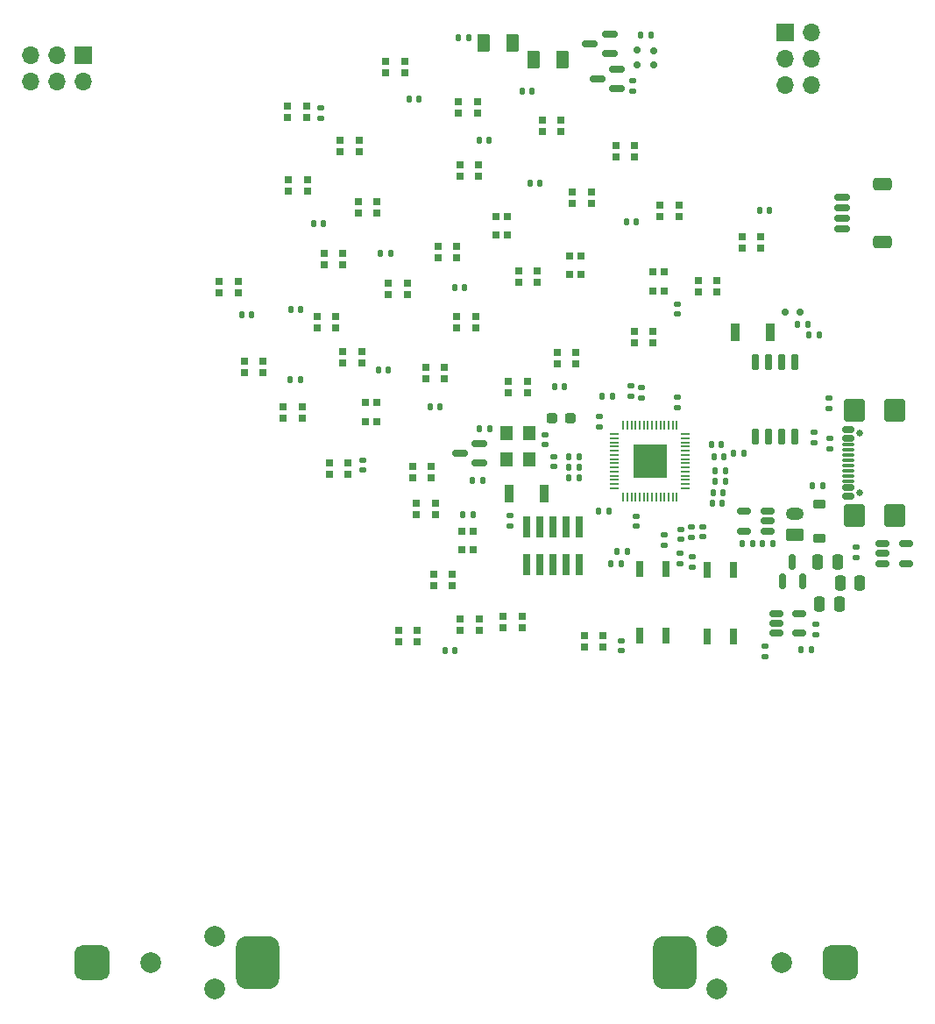
<source format=gbr>
%TF.GenerationSoftware,KiCad,Pcbnew,7.0.10*%
%TF.CreationDate,2024-02-23T13:36:45-06:00*%
%TF.ProjectId,B-Sides 2024,422d5369-6465-4732-9032-3032342e6b69,rev?*%
%TF.SameCoordinates,Original*%
%TF.FileFunction,Soldermask,Top*%
%TF.FilePolarity,Negative*%
%FSLAX46Y46*%
G04 Gerber Fmt 4.6, Leading zero omitted, Abs format (unit mm)*
G04 Created by KiCad (PCBNEW 7.0.10) date 2024-02-23 13:36:45*
%MOMM*%
%LPD*%
G01*
G04 APERTURE LIST*
G04 Aperture macros list*
%AMRoundRect*
0 Rectangle with rounded corners*
0 $1 Rounding radius*
0 $2 $3 $4 $5 $6 $7 $8 $9 X,Y pos of 4 corners*
0 Add a 4 corners polygon primitive as box body*
4,1,4,$2,$3,$4,$5,$6,$7,$8,$9,$2,$3,0*
0 Add four circle primitives for the rounded corners*
1,1,$1+$1,$2,$3*
1,1,$1+$1,$4,$5*
1,1,$1+$1,$6,$7*
1,1,$1+$1,$8,$9*
0 Add four rect primitives between the rounded corners*
20,1,$1+$1,$2,$3,$4,$5,0*
20,1,$1+$1,$4,$5,$6,$7,0*
20,1,$1+$1,$6,$7,$8,$9,0*
20,1,$1+$1,$8,$9,$2,$3,0*%
G04 Aperture macros list end*
%ADD10C,0.650000*%
%ADD11RoundRect,0.150000X0.425000X-0.150000X0.425000X0.150000X-0.425000X0.150000X-0.425000X-0.150000X0*%
%ADD12RoundRect,0.075000X0.500000X-0.075000X0.500000X0.075000X-0.500000X0.075000X-0.500000X-0.075000X0*%
%ADD13RoundRect,0.250000X0.750000X-0.840000X0.750000X0.840000X-0.750000X0.840000X-0.750000X-0.840000X0*%
%ADD14R,0.700000X0.700000*%
%ADD15RoundRect,0.135000X0.135000X0.185000X-0.135000X0.185000X-0.135000X-0.185000X0.135000X-0.185000X0*%
%ADD16RoundRect,0.135000X-0.135000X-0.185000X0.135000X-0.185000X0.135000X0.185000X-0.135000X0.185000X0*%
%ADD17RoundRect,0.150000X0.625000X-0.150000X0.625000X0.150000X-0.625000X0.150000X-0.625000X-0.150000X0*%
%ADD18RoundRect,0.250000X0.650000X-0.350000X0.650000X0.350000X-0.650000X0.350000X-0.650000X-0.350000X0*%
%ADD19RoundRect,0.150000X0.150000X0.200000X-0.150000X0.200000X-0.150000X-0.200000X0.150000X-0.200000X0*%
%ADD20R,0.800000X1.500000*%
%ADD21RoundRect,0.250000X0.375000X0.625000X-0.375000X0.625000X-0.375000X-0.625000X0.375000X-0.625000X0*%
%ADD22RoundRect,0.140000X0.140000X0.170000X-0.140000X0.170000X-0.140000X-0.170000X0.140000X-0.170000X0*%
%ADD23RoundRect,0.140000X0.170000X-0.140000X0.170000X0.140000X-0.170000X0.140000X-0.170000X-0.140000X0*%
%ADD24R,1.200000X1.400000*%
%ADD25R,1.700000X1.700000*%
%ADD26O,1.700000X1.700000*%
%ADD27RoundRect,0.140000X-0.170000X0.140000X-0.170000X-0.140000X0.170000X-0.140000X0.170000X0.140000X0*%
%ADD28R,0.900000X1.700000*%
%ADD29RoundRect,0.140000X-0.140000X-0.170000X0.140000X-0.170000X0.140000X0.170000X-0.140000X0.170000X0*%
%ADD30RoundRect,0.150000X0.200000X-0.150000X0.200000X0.150000X-0.200000X0.150000X-0.200000X-0.150000X0*%
%ADD31RoundRect,0.150000X0.587500X0.150000X-0.587500X0.150000X-0.587500X-0.150000X0.587500X-0.150000X0*%
%ADD32RoundRect,0.135000X0.185000X-0.135000X0.185000X0.135000X-0.185000X0.135000X-0.185000X-0.135000X0*%
%ADD33RoundRect,0.150000X0.150000X-0.587500X0.150000X0.587500X-0.150000X0.587500X-0.150000X-0.587500X0*%
%ADD34RoundRect,0.135000X-0.185000X0.135000X-0.185000X-0.135000X0.185000X-0.135000X0.185000X0.135000X0*%
%ADD35RoundRect,0.237500X-0.287500X-0.237500X0.287500X-0.237500X0.287500X0.237500X-0.287500X0.237500X0*%
%ADD36R,0.750000X2.100000*%
%ADD37RoundRect,0.150000X-0.512500X-0.150000X0.512500X-0.150000X0.512500X0.150000X-0.512500X0.150000X0*%
%ADD38RoundRect,0.050000X-0.050000X0.387500X-0.050000X-0.387500X0.050000X-0.387500X0.050000X0.387500X0*%
%ADD39RoundRect,0.050000X-0.387500X0.050000X-0.387500X-0.050000X0.387500X-0.050000X0.387500X0.050000X0*%
%ADD40R,3.200000X3.200000*%
%ADD41RoundRect,0.250000X-0.250000X-0.475000X0.250000X-0.475000X0.250000X0.475000X-0.250000X0.475000X0*%
%ADD42RoundRect,0.250000X0.250000X0.475000X-0.250000X0.475000X-0.250000X-0.475000X0.250000X-0.475000X0*%
%ADD43RoundRect,0.225000X0.375000X-0.225000X0.375000X0.225000X-0.375000X0.225000X-0.375000X-0.225000X0*%
%ADD44RoundRect,0.150000X-0.150000X0.650000X-0.150000X-0.650000X0.150000X-0.650000X0.150000X0.650000X0*%
%ADD45RoundRect,0.150000X0.512500X0.150000X-0.512500X0.150000X-0.512500X-0.150000X0.512500X-0.150000X0*%
%ADD46RoundRect,0.150000X-0.200000X0.150000X-0.200000X-0.150000X0.200000X-0.150000X0.200000X0.150000X0*%
%ADD47RoundRect,0.250000X0.625000X-0.350000X0.625000X0.350000X-0.625000X0.350000X-0.625000X-0.350000X0*%
%ADD48O,1.750000X1.200000*%
%ADD49RoundRect,1.050000X1.050000X-1.500000X1.050000X1.500000X-1.050000X1.500000X-1.050000X-1.500000X0*%
%ADD50C,2.000000*%
%ADD51RoundRect,0.850000X0.850000X-0.850000X0.850000X0.850000X-0.850000X0.850000X-0.850000X-0.850000X0*%
G04 APERTURE END LIST*
D10*
%TO.C,J9*%
X140455000Y-86000000D03*
X140455000Y-80220000D03*
D11*
X139380000Y-86310000D03*
X139380000Y-85510000D03*
D12*
X139380000Y-84360000D03*
X139380000Y-83360000D03*
X139380000Y-82860000D03*
X139380000Y-81860000D03*
D11*
X139380000Y-80710000D03*
X139380000Y-79910000D03*
X139380000Y-79910000D03*
X139380000Y-80710000D03*
D12*
X139380000Y-81360000D03*
X139380000Y-82360000D03*
X139380000Y-83860000D03*
X139380000Y-84860000D03*
D11*
X139380000Y-85510000D03*
X139380000Y-86310000D03*
D13*
X139955000Y-88220000D03*
X143885000Y-88220000D03*
X139955000Y-78000000D03*
X143885000Y-78000000D03*
%TD*%
D14*
%TO.C,D39*%
X96555000Y-45420000D03*
X96555000Y-44320000D03*
X94725000Y-44320000D03*
X94725000Y-45420000D03*
%TD*%
%TO.C,D44*%
X123015000Y-59340000D03*
X123015000Y-58240000D03*
X121185000Y-58240000D03*
X121185000Y-59340000D03*
%TD*%
D15*
%TO.C,R38*%
X104780000Y-79820000D03*
X103760000Y-79820000D03*
%TD*%
D14*
%TO.C,D14*%
X108400000Y-76290000D03*
X108400000Y-75190000D03*
X106570000Y-75190000D03*
X106570000Y-76290000D03*
%TD*%
D16*
%TO.C,R30*%
X115590000Y-76650000D03*
X116610000Y-76650000D03*
%TD*%
D17*
%TO.C,J1*%
X138842500Y-60452500D03*
X138842500Y-59452500D03*
X138842500Y-58452500D03*
X138842500Y-57452500D03*
D18*
X142717500Y-61752500D03*
X142717500Y-56152500D03*
%TD*%
D14*
%TO.C,D5*%
X109360000Y-65660000D03*
X109360000Y-64560000D03*
X107530000Y-64560000D03*
X107530000Y-65660000D03*
%TD*%
%TO.C,D35*%
X103120000Y-89665000D03*
X102020000Y-89665000D03*
X102020000Y-91495000D03*
X103120000Y-91495000D03*
%TD*%
D19*
%TO.C,D1*%
X133330000Y-68500000D03*
X134730000Y-68500000D03*
%TD*%
D20*
%TO.C,U9*%
X125760000Y-99830000D03*
X128300000Y-99830000D03*
X128300000Y-93430000D03*
X125760000Y-93430000D03*
%TD*%
D21*
%TO.C,LD2*%
X106960000Y-42560000D03*
X104160000Y-42560000D03*
%TD*%
D22*
%TO.C,C13*%
X86490000Y-68270000D03*
X85530000Y-68270000D03*
%TD*%
D14*
%TO.C,D32*%
X107905000Y-99010000D03*
X107905000Y-97910000D03*
X106075000Y-97910000D03*
X106075000Y-99010000D03*
%TD*%
%TO.C,D26*%
X80455000Y-66690000D03*
X80455000Y-65590000D03*
X78625000Y-65590000D03*
X78625000Y-66690000D03*
%TD*%
D23*
%TO.C,C2*%
X123120000Y-92810000D03*
X123120000Y-91850000D03*
%TD*%
D15*
%TO.C,R39*%
X132100000Y-90920000D03*
X131080000Y-90920000D03*
%TD*%
D24*
%TO.C,Y1*%
X106360000Y-80260000D03*
X106360000Y-82800000D03*
X108560000Y-82800000D03*
X108560000Y-80260000D03*
%TD*%
D21*
%TO.C,LD1*%
X111830000Y-44180000D03*
X109030000Y-44180000D03*
%TD*%
D25*
%TO.C,J3*%
X65520000Y-43690000D03*
D26*
X65520000Y-46230000D03*
X62980000Y-43690000D03*
X62980000Y-46230000D03*
X60440000Y-43690000D03*
X60440000Y-46230000D03*
%TD*%
D27*
%TO.C,C47*%
X125340000Y-89270000D03*
X125340000Y-90230000D03*
%TD*%
D14*
%TO.C,D16*%
X101545000Y-68970000D03*
X101545000Y-70070000D03*
X103375000Y-70070000D03*
X103375000Y-68970000D03*
%TD*%
%TO.C,D28*%
X92375000Y-73460000D03*
X92375000Y-72360000D03*
X90545000Y-72360000D03*
X90545000Y-73460000D03*
%TD*%
%TO.C,D15*%
X113080000Y-73500000D03*
X113080000Y-72400000D03*
X111250000Y-72400000D03*
X111250000Y-73500000D03*
%TD*%
D28*
%TO.C,SW1*%
X128490000Y-70450000D03*
X131890000Y-70450000D03*
%TD*%
D22*
%TO.C,C30*%
X97910000Y-48000000D03*
X96950000Y-48000000D03*
%TD*%
D29*
%TO.C,C15*%
X102180000Y-88080000D03*
X103140000Y-88080000D03*
%TD*%
D14*
%TO.C,D23*%
X93850000Y-77285000D03*
X92750000Y-77285000D03*
X92750000Y-79115000D03*
X93850000Y-79115000D03*
%TD*%
%TO.C,D46*%
X130950000Y-62360000D03*
X130950000Y-61260000D03*
X129120000Y-61260000D03*
X129120000Y-62360000D03*
%TD*%
%TO.C,D19*%
X87115000Y-56890000D03*
X87115000Y-55790000D03*
X85285000Y-55790000D03*
X85285000Y-56890000D03*
%TD*%
D30*
%TO.C,D3*%
X119010000Y-43250000D03*
X119010000Y-44650000D03*
%TD*%
D29*
%TO.C,C44*%
X126260000Y-86970000D03*
X127220000Y-86970000D03*
%TD*%
D25*
%TO.C,J4*%
X133270000Y-41570000D03*
D26*
X135810000Y-41570000D03*
X133270000Y-44110000D03*
X135810000Y-44110000D03*
X133270000Y-46650000D03*
X135810000Y-46650000D03*
%TD*%
D14*
%TO.C,D13*%
X87075000Y-49720000D03*
X87075000Y-48620000D03*
X85245000Y-48620000D03*
X85245000Y-49720000D03*
%TD*%
%TO.C,D27*%
X88065000Y-68980000D03*
X88065000Y-70080000D03*
X89895000Y-70080000D03*
X89895000Y-68980000D03*
%TD*%
D22*
%TO.C,C40*%
X113370000Y-84500000D03*
X112410000Y-84500000D03*
%TD*%
D31*
%TO.C,Q3*%
X116327500Y-43560000D03*
X116327500Y-41660000D03*
X114452500Y-42610000D03*
%TD*%
D32*
%TO.C,R8*%
X131310000Y-101800000D03*
X131310000Y-100780000D03*
%TD*%
D33*
%TO.C,Q4*%
X133050000Y-94507500D03*
X134950000Y-94507500D03*
X134000000Y-92632500D03*
%TD*%
D22*
%TO.C,C21*%
X131790000Y-58740000D03*
X130830000Y-58740000D03*
%TD*%
D14*
%TO.C,D40*%
X103555000Y-49290000D03*
X103555000Y-48190000D03*
X101725000Y-48190000D03*
X101725000Y-49290000D03*
%TD*%
%TO.C,D22*%
X91070000Y-84190000D03*
X91070000Y-83090000D03*
X89240000Y-83090000D03*
X89240000Y-84190000D03*
%TD*%
D20*
%TO.C,U1*%
X119280000Y-99780000D03*
X121820000Y-99780000D03*
X121820000Y-93380000D03*
X119280000Y-93380000D03*
%TD*%
D14*
%TO.C,D45*%
X126735000Y-66560000D03*
X126735000Y-65460000D03*
X124905000Y-65460000D03*
X124905000Y-66560000D03*
%TD*%
D15*
%TO.C,R36*%
X113442500Y-82542500D03*
X112422500Y-82542500D03*
%TD*%
D14*
%TO.C,D11*%
X101875000Y-54350000D03*
X101875000Y-55450000D03*
X103705000Y-55450000D03*
X103705000Y-54350000D03*
%TD*%
D34*
%TO.C,R29*%
X118380000Y-75660000D03*
X118380000Y-76680000D03*
%TD*%
%TO.C,R1*%
X115340000Y-78620000D03*
X115340000Y-79640000D03*
%TD*%
D14*
%TO.C,D24*%
X84807500Y-77670000D03*
X84807500Y-78770000D03*
X86637500Y-78770000D03*
X86637500Y-77670000D03*
%TD*%
D35*
%TO.C,D2*%
X110775000Y-78770000D03*
X112525000Y-78770000D03*
%TD*%
D22*
%TO.C,C46*%
X113372500Y-83522500D03*
X112412500Y-83522500D03*
%TD*%
D36*
%TO.C,J13*%
X113380000Y-92910000D03*
X113380000Y-89310000D03*
X112110000Y-92910000D03*
X112110000Y-89310000D03*
X110840000Y-92910000D03*
X110840000Y-89310000D03*
X109570000Y-92910000D03*
X109570000Y-89310000D03*
X108300000Y-92910000D03*
X108300000Y-89310000D03*
%TD*%
D15*
%TO.C,R37*%
X104080000Y-84830000D03*
X103060000Y-84830000D03*
%TD*%
D14*
%TO.C,D12*%
X90310000Y-51920000D03*
X90310000Y-53020000D03*
X92140000Y-53020000D03*
X92140000Y-51920000D03*
%TD*%
D37*
%TO.C,U10*%
X132412500Y-97640000D03*
X132412500Y-98590000D03*
X132412500Y-99540000D03*
X134687500Y-99540000D03*
X134687500Y-97640000D03*
%TD*%
D14*
%TO.C,D6*%
X120555000Y-71500000D03*
X120555000Y-70400000D03*
X118725000Y-70400000D03*
X118725000Y-71500000D03*
%TD*%
D29*
%TO.C,C29*%
X87740000Y-59970000D03*
X88700000Y-59970000D03*
%TD*%
D14*
%TO.C,D21*%
X101565000Y-63280000D03*
X101565000Y-62180000D03*
X99735000Y-62180000D03*
X99735000Y-63280000D03*
%TD*%
D29*
%TO.C,C45*%
X126440000Y-82520000D03*
X127400000Y-82520000D03*
%TD*%
%TO.C,C6*%
X107860000Y-47220000D03*
X108820000Y-47220000D03*
%TD*%
D38*
%TO.C,U3*%
X122842500Y-79492500D03*
X122442500Y-79492500D03*
X122042500Y-79492500D03*
X121642500Y-79492500D03*
X121242500Y-79492500D03*
X120842500Y-79492500D03*
X120442500Y-79492500D03*
X120042500Y-79492500D03*
X119642500Y-79492500D03*
X119242500Y-79492500D03*
X118842500Y-79492500D03*
X118442500Y-79492500D03*
X118042500Y-79492500D03*
X117642500Y-79492500D03*
D39*
X116805000Y-80330000D03*
X116805000Y-80730000D03*
X116805000Y-81130000D03*
X116805000Y-81530000D03*
X116805000Y-81930000D03*
X116805000Y-82330000D03*
X116805000Y-82730000D03*
X116805000Y-83130000D03*
X116805000Y-83530000D03*
X116805000Y-83930000D03*
X116805000Y-84330000D03*
X116805000Y-84730000D03*
X116805000Y-85130000D03*
X116805000Y-85530000D03*
D38*
X117642500Y-86367500D03*
X118042500Y-86367500D03*
X118442500Y-86367500D03*
X118842500Y-86367500D03*
X119242500Y-86367500D03*
X119642500Y-86367500D03*
X120042500Y-86367500D03*
X120442500Y-86367500D03*
X120842500Y-86367500D03*
X121242500Y-86367500D03*
X121642500Y-86367500D03*
X122042500Y-86367500D03*
X122442500Y-86367500D03*
X122842500Y-86367500D03*
D39*
X123680000Y-85530000D03*
X123680000Y-85130000D03*
X123680000Y-84730000D03*
X123680000Y-84330000D03*
X123680000Y-83930000D03*
X123680000Y-83530000D03*
X123680000Y-83130000D03*
X123680000Y-82730000D03*
X123680000Y-82330000D03*
X123680000Y-81930000D03*
X123680000Y-81530000D03*
X123680000Y-81130000D03*
X123680000Y-80730000D03*
X123680000Y-80330000D03*
D40*
X120242500Y-82930000D03*
%TD*%
D29*
%TO.C,C22*%
X85490000Y-75030000D03*
X86450000Y-75030000D03*
%TD*%
D41*
%TO.C,C16*%
X136640000Y-96700000D03*
X138540000Y-96700000D03*
%TD*%
D42*
%TO.C,C5*%
X140500000Y-94670000D03*
X138600000Y-94670000D03*
%TD*%
D16*
%TO.C,R10*%
X119310000Y-41800000D03*
X120330000Y-41800000D03*
%TD*%
D22*
%TO.C,C3*%
X102710000Y-42000000D03*
X101750000Y-42000000D03*
%TD*%
D34*
%TO.C,R5*%
X140192500Y-91260000D03*
X140192500Y-92280000D03*
%TD*%
D14*
%TO.C,D42*%
X114580000Y-58020000D03*
X114580000Y-56920000D03*
X112750000Y-56920000D03*
X112750000Y-58020000D03*
%TD*%
D15*
%TO.C,R25*%
X127570000Y-84900000D03*
X126550000Y-84900000D03*
%TD*%
D23*
%TO.C,C53*%
X119410000Y-76820000D03*
X119410000Y-75860000D03*
%TD*%
D15*
%TO.C,R26*%
X130190000Y-90920000D03*
X129170000Y-90920000D03*
%TD*%
D27*
%TO.C,C50*%
X123260000Y-89540000D03*
X123260000Y-90500000D03*
%TD*%
D23*
%TO.C,C51*%
X122880000Y-77730000D03*
X122880000Y-76770000D03*
%TD*%
D31*
%TO.C,Q2*%
X103767500Y-83110000D03*
X103767500Y-81210000D03*
X101892500Y-82160000D03*
%TD*%
D22*
%TO.C,C27*%
X99940000Y-77660000D03*
X98980000Y-77660000D03*
%TD*%
D16*
%TO.C,R6*%
X115300000Y-87740000D03*
X116320000Y-87740000D03*
%TD*%
%TO.C,R12*%
X116480000Y-92800000D03*
X117500000Y-92800000D03*
%TD*%
D29*
%TO.C,C18*%
X94020000Y-74130000D03*
X94980000Y-74130000D03*
%TD*%
D15*
%TO.C,R28*%
X136580000Y-70770000D03*
X135560000Y-70770000D03*
%TD*%
D14*
%TO.C,D31*%
X103750000Y-99290000D03*
X103750000Y-98190000D03*
X101920000Y-98190000D03*
X101920000Y-99290000D03*
%TD*%
D29*
%TO.C,C41*%
X126190000Y-81340000D03*
X127150000Y-81340000D03*
%TD*%
%TO.C,C19*%
X101340000Y-66150000D03*
X102300000Y-66150000D03*
%TD*%
D27*
%TO.C,C52*%
X124240000Y-89300000D03*
X124240000Y-90260000D03*
%TD*%
D14*
%TO.C,D37*%
X97285000Y-83450000D03*
X97285000Y-84550000D03*
X99115000Y-84550000D03*
X99115000Y-83450000D03*
%TD*%
%TO.C,D43*%
X118755000Y-53550000D03*
X118755000Y-52450000D03*
X116925000Y-52450000D03*
X116925000Y-53550000D03*
%TD*%
D29*
%TO.C,C25*%
X103730000Y-51980000D03*
X104690000Y-51980000D03*
%TD*%
D14*
%TO.C,D30*%
X97755000Y-100380000D03*
X97755000Y-99280000D03*
X95925000Y-99280000D03*
X95925000Y-100380000D03*
%TD*%
D27*
%TO.C,C10*%
X136080000Y-80150000D03*
X136080000Y-81110000D03*
%TD*%
D14*
%TO.C,D36*%
X99520000Y-88100000D03*
X99520000Y-87000000D03*
X97690000Y-87000000D03*
X97690000Y-88100000D03*
%TD*%
%TO.C,D10*%
X106475000Y-59275000D03*
X105375000Y-59275000D03*
X105375000Y-61105000D03*
X106475000Y-61105000D03*
%TD*%
D27*
%TO.C,C48*%
X118920000Y-88250000D03*
X118920000Y-89210000D03*
%TD*%
D29*
%TO.C,C49*%
X128330000Y-82140000D03*
X129290000Y-82140000D03*
%TD*%
D14*
%TO.C,D41*%
X111655000Y-51100000D03*
X111655000Y-50000000D03*
X109825000Y-50000000D03*
X109825000Y-51100000D03*
%TD*%
%TO.C,D20*%
X93865000Y-58930000D03*
X93865000Y-57830000D03*
X92035000Y-57830000D03*
X92035000Y-58930000D03*
%TD*%
D23*
%TO.C,C43*%
X110110000Y-81350000D03*
X110110000Y-80390000D03*
%TD*%
D29*
%TO.C,C12*%
X110990000Y-75740000D03*
X111950000Y-75740000D03*
%TD*%
D14*
%TO.C,D9*%
X113560000Y-63085000D03*
X112460000Y-63085000D03*
X112460000Y-64915000D03*
X113560000Y-64915000D03*
%TD*%
D43*
%TO.C,D48*%
X136570000Y-90370000D03*
X136570000Y-87070000D03*
%TD*%
D14*
%TO.C,D7*%
X121620000Y-64675000D03*
X120520000Y-64675000D03*
X120520000Y-66505000D03*
X121620000Y-66505000D03*
%TD*%
D15*
%TO.C,R4*%
X135830000Y-101110000D03*
X134810000Y-101110000D03*
%TD*%
D14*
%TO.C,D34*%
X99320000Y-93850000D03*
X99320000Y-94950000D03*
X101150000Y-94950000D03*
X101150000Y-93850000D03*
%TD*%
D23*
%TO.C,C33*%
X92460000Y-83800000D03*
X92460000Y-82840000D03*
%TD*%
D14*
%TO.C,D25*%
X82870000Y-74400000D03*
X82870000Y-73300000D03*
X81040000Y-73300000D03*
X81040000Y-74400000D03*
%TD*%
D27*
%TO.C,C17*%
X137530000Y-76870000D03*
X137530000Y-77830000D03*
%TD*%
D32*
%TO.C,R18*%
X137580000Y-81760000D03*
X137580000Y-80740000D03*
%TD*%
D28*
%TO.C,SW2*%
X106650000Y-86070000D03*
X110050000Y-86070000D03*
%TD*%
D29*
%TO.C,C28*%
X80770000Y-68820000D03*
X81730000Y-68820000D03*
%TD*%
D44*
%TO.C,U8*%
X134195000Y-73380000D03*
X132925000Y-73380000D03*
X131655000Y-73380000D03*
X130385000Y-73380000D03*
X130385000Y-80580000D03*
X131655000Y-80580000D03*
X132925000Y-80580000D03*
X134195000Y-80580000D03*
%TD*%
D29*
%TO.C,C1*%
X117070000Y-91690000D03*
X118030000Y-91690000D03*
%TD*%
D34*
%TO.C,R11*%
X118560000Y-46180000D03*
X118560000Y-47200000D03*
%TD*%
D45*
%TO.C,U7*%
X131617500Y-89670000D03*
X131617500Y-88720000D03*
X131617500Y-87770000D03*
X129342500Y-87770000D03*
X129342500Y-89670000D03*
%TD*%
D29*
%TO.C,C26*%
X108660000Y-56060000D03*
X109620000Y-56060000D03*
%TD*%
D37*
%TO.C,U4*%
X142725000Y-90900000D03*
X142725000Y-91850000D03*
X142725000Y-92800000D03*
X145000000Y-92800000D03*
X145000000Y-90900000D03*
%TD*%
D34*
%TO.C,R9*%
X124350000Y-92160000D03*
X124350000Y-93180000D03*
%TD*%
D23*
%TO.C,C42*%
X110960000Y-83450000D03*
X110960000Y-82490000D03*
%TD*%
D29*
%TO.C,C24*%
X94210000Y-62850000D03*
X95170000Y-62850000D03*
%TD*%
D32*
%TO.C,R15*%
X106720000Y-89220000D03*
X106720000Y-88200000D03*
%TD*%
D14*
%TO.C,D33*%
X115725000Y-100880000D03*
X115725000Y-99780000D03*
X113895000Y-99780000D03*
X113895000Y-100880000D03*
%TD*%
D29*
%TO.C,C31*%
X100460000Y-101180000D03*
X101420000Y-101180000D03*
%TD*%
D34*
%TO.C,R2*%
X121600000Y-90060000D03*
X121600000Y-91080000D03*
%TD*%
D15*
%TO.C,R19*%
X136950000Y-85300000D03*
X135930000Y-85300000D03*
%TD*%
D31*
%TO.C,Q1*%
X117037500Y-46960000D03*
X117037500Y-45060000D03*
X115162500Y-46010000D03*
%TD*%
D16*
%TO.C,R7*%
X134460000Y-69750000D03*
X135480000Y-69750000D03*
%TD*%
D23*
%TO.C,C23*%
X122920000Y-68710000D03*
X122920000Y-67750000D03*
%TD*%
%TO.C,C14*%
X88420000Y-49790000D03*
X88420000Y-48830000D03*
%TD*%
%TO.C,C32*%
X117490000Y-101210000D03*
X117490000Y-100250000D03*
%TD*%
D29*
%TO.C,C11*%
X126320000Y-85980000D03*
X127280000Y-85980000D03*
%TD*%
D14*
%TO.C,D17*%
X94945000Y-65740000D03*
X94945000Y-66840000D03*
X96775000Y-66840000D03*
X96775000Y-65740000D03*
%TD*%
D41*
%TO.C,C4*%
X136470000Y-92630000D03*
X138370000Y-92630000D03*
%TD*%
D14*
%TO.C,D29*%
X100390000Y-74940000D03*
X100390000Y-73840000D03*
X98560000Y-73840000D03*
X98560000Y-74940000D03*
%TD*%
D46*
%TO.C,D4*%
X120590000Y-44670000D03*
X120590000Y-43270000D03*
%TD*%
D15*
%TO.C,R24*%
X127560000Y-83880000D03*
X126540000Y-83880000D03*
%TD*%
D32*
%TO.C,R3*%
X136290000Y-99680000D03*
X136290000Y-98660000D03*
%TD*%
D14*
%TO.C,D18*%
X88745000Y-62830000D03*
X88745000Y-63930000D03*
X90575000Y-63930000D03*
X90575000Y-62830000D03*
%TD*%
D29*
%TO.C,C20*%
X117950000Y-59840000D03*
X118910000Y-59840000D03*
%TD*%
D47*
%TO.C,J10*%
X134220000Y-90030000D03*
D48*
X134220000Y-88030000D03*
%TD*%
D49*
%TO.C,BT1*%
X122595000Y-131390000D03*
D50*
X126730000Y-128850000D03*
X126730000Y-133930000D03*
X132970000Y-131390000D03*
D51*
X138595000Y-131390000D03*
X66345000Y-131390000D03*
D50*
X71970000Y-131390000D03*
X78210000Y-128850000D03*
X78210000Y-133930000D03*
D49*
X82345000Y-131390000D03*
%TD*%
M02*

</source>
